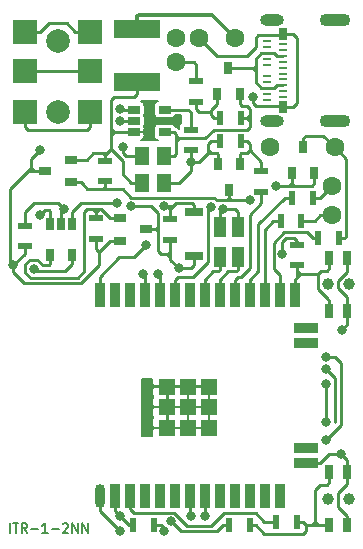
<source format=gbr>
G04 #@! TF.GenerationSoftware,KiCad,Pcbnew,(5.1.12)-1*
G04 #@! TF.CreationDate,2021-11-30T21:54:39+03:00*
G04 #@! TF.ProjectId,ITR-1,4954522d-312e-46b6-9963-61645f706362,rev?*
G04 #@! TF.SameCoordinates,Original*
G04 #@! TF.FileFunction,Copper,L1,Top*
G04 #@! TF.FilePolarity,Positive*
%FSLAX46Y46*%
G04 Gerber Fmt 4.6, Leading zero omitted, Abs format (unit mm)*
G04 Created by KiCad (PCBNEW (5.1.12)-1) date 2021-11-30 21:54:39*
%MOMM*%
%LPD*%
G01*
G04 APERTURE LIST*
G04 #@! TA.AperFunction,NonConductor*
%ADD10C,0.200000*%
G04 #@! TD*
G04 #@! TA.AperFunction,ComponentPad*
%ADD11C,1.600000*%
G04 #@! TD*
G04 #@! TA.AperFunction,SMDPad,CuDef*
%ADD12R,0.500000X1.250000*%
G04 #@! TD*
G04 #@! TA.AperFunction,ComponentPad*
%ADD13O,2.600000X1.100000*%
G04 #@! TD*
G04 #@! TA.AperFunction,ComponentPad*
%ADD14O,2.000000X1.000000*%
G04 #@! TD*
G04 #@! TA.AperFunction,SMDPad,CuDef*
%ADD15R,0.700000X1.000000*%
G04 #@! TD*
G04 #@! TA.AperFunction,SMDPad,CuDef*
%ADD16R,0.700000X0.250000*%
G04 #@! TD*
G04 #@! TA.AperFunction,SMDPad,CuDef*
%ADD17R,1.000000X1.700000*%
G04 #@! TD*
G04 #@! TA.AperFunction,SMDPad,CuDef*
%ADD18R,1.100000X0.800000*%
G04 #@! TD*
G04 #@! TA.AperFunction,SMDPad,CuDef*
%ADD19R,1.250000X0.500000*%
G04 #@! TD*
G04 #@! TA.AperFunction,SMDPad,CuDef*
%ADD20R,0.700000X1.100000*%
G04 #@! TD*
G04 #@! TA.AperFunction,SMDPad,CuDef*
%ADD21R,0.750000X1.250000*%
G04 #@! TD*
G04 #@! TA.AperFunction,ComponentPad*
%ADD22C,1.000000*%
G04 #@! TD*
G04 #@! TA.AperFunction,SMDPad,CuDef*
%ADD23R,4.000000X1.500000*%
G04 #@! TD*
G04 #@! TA.AperFunction,ComponentPad*
%ADD24C,2.000000*%
G04 #@! TD*
G04 #@! TA.AperFunction,ComponentPad*
%ADD25R,2.000000X2.000000*%
G04 #@! TD*
G04 #@! TA.AperFunction,SMDPad,CuDef*
%ADD26R,1.500000X0.800000*%
G04 #@! TD*
G04 #@! TA.AperFunction,SMDPad,CuDef*
%ADD27R,0.800000X1.100000*%
G04 #@! TD*
G04 #@! TA.AperFunction,SMDPad,CuDef*
%ADD28R,1.200000X1.500000*%
G04 #@! TD*
G04 #@! TA.AperFunction,SMDPad,CuDef*
%ADD29R,1.100000X0.700000*%
G04 #@! TD*
G04 #@! TA.AperFunction,SMDPad,CuDef*
%ADD30O,0.900000X2.000000*%
G04 #@! TD*
G04 #@! TA.AperFunction,SMDPad,CuDef*
%ADD31R,0.900000X2.000000*%
G04 #@! TD*
G04 #@! TA.AperFunction,SMDPad,CuDef*
%ADD32R,1.350000X1.350000*%
G04 #@! TD*
G04 #@! TA.AperFunction,SMDPad,CuDef*
%ADD33R,2.000000X0.900000*%
G04 #@! TD*
G04 #@! TA.AperFunction,ViaPad*
%ADD34C,0.800000*%
G04 #@! TD*
G04 #@! TA.AperFunction,Conductor*
%ADD35C,0.250000*%
G04 #@! TD*
G04 #@! TA.AperFunction,Conductor*
%ADD36C,0.350000*%
G04 #@! TD*
G04 #@! TA.AperFunction,Conductor*
%ADD37C,0.200000*%
G04 #@! TD*
G04 #@! TA.AperFunction,Conductor*
%ADD38C,0.100000*%
G04 #@! TD*
G04 APERTURE END LIST*
D10*
X100704761Y-99361904D02*
X100704761Y-98561904D01*
X100971428Y-98561904D02*
X101428571Y-98561904D01*
X101200000Y-99361904D02*
X101200000Y-98561904D01*
X102152380Y-99361904D02*
X101885714Y-98980952D01*
X101695238Y-99361904D02*
X101695238Y-98561904D01*
X102000000Y-98561904D01*
X102076190Y-98600000D01*
X102114285Y-98638095D01*
X102152380Y-98714285D01*
X102152380Y-98828571D01*
X102114285Y-98904761D01*
X102076190Y-98942857D01*
X102000000Y-98980952D01*
X101695238Y-98980952D01*
X102495238Y-99057142D02*
X103104761Y-99057142D01*
X103904761Y-99361904D02*
X103447619Y-99361904D01*
X103676190Y-99361904D02*
X103676190Y-98561904D01*
X103600000Y-98676190D01*
X103523809Y-98752380D01*
X103447619Y-98790476D01*
X104247619Y-99057142D02*
X104857142Y-99057142D01*
X105200000Y-98638095D02*
X105238095Y-98600000D01*
X105314285Y-98561904D01*
X105504761Y-98561904D01*
X105580952Y-98600000D01*
X105619047Y-98638095D01*
X105657142Y-98714285D01*
X105657142Y-98790476D01*
X105619047Y-98904761D01*
X105161904Y-99361904D01*
X105657142Y-99361904D01*
X106000000Y-99361904D02*
X106000000Y-98561904D01*
X106457142Y-99361904D01*
X106457142Y-98561904D01*
X106838095Y-99361904D02*
X106838095Y-98561904D01*
X107295238Y-99361904D01*
X107295238Y-98561904D01*
D11*
X114750000Y-59500000D03*
X114750000Y-57500000D03*
X128000000Y-72500000D03*
X128000000Y-70000000D03*
D12*
X123625000Y-73000000D03*
X125375000Y-73000000D03*
X124625000Y-71000000D03*
X126375000Y-71000000D03*
D13*
X128250000Y-55950000D03*
D14*
X122900000Y-55950000D03*
D13*
X128250000Y-64550000D03*
D14*
X122900000Y-64550000D03*
D15*
X123800000Y-57150000D03*
X123800000Y-63350000D03*
D16*
X123800000Y-58000000D03*
X123800000Y-58500000D03*
X123800000Y-59000000D03*
X123800000Y-59500000D03*
X123800000Y-60000000D03*
X123800000Y-60500000D03*
X123800000Y-61000000D03*
X123800000Y-61500000D03*
X123800000Y-62000000D03*
X123800000Y-62500000D03*
X122500000Y-57250000D03*
X122500000Y-57750000D03*
X122500000Y-58250000D03*
X122500000Y-58750000D03*
X122500000Y-59250000D03*
X122500000Y-59750000D03*
X122500000Y-60750000D03*
X122500000Y-61250000D03*
X122500000Y-61750000D03*
X122500000Y-62250000D03*
X122500000Y-62750000D03*
X122500000Y-63250000D03*
D11*
X128250000Y-66750000D03*
X122750000Y-66750000D03*
D17*
X118500000Y-73500000D03*
X118500000Y-76000000D03*
X120000000Y-76000000D03*
X120000000Y-73500000D03*
D18*
X112200000Y-73700000D03*
X110000000Y-74650000D03*
X110000000Y-72750000D03*
D19*
X108000000Y-72750000D03*
X108000000Y-74500000D03*
D20*
X106000000Y-73250000D03*
X105050000Y-73250000D03*
X104100000Y-73250000D03*
X104100000Y-75850000D03*
X106000000Y-75850000D03*
D19*
X102000000Y-73375000D03*
X102000000Y-75125000D03*
D11*
X119750000Y-57500000D03*
X116750000Y-57500000D03*
D21*
X127750000Y-76100000D03*
X127750000Y-80600000D03*
X129250000Y-76100000D03*
X129250000Y-80600000D03*
D22*
X129400000Y-78350000D03*
X127600000Y-78350000D03*
D21*
X127750000Y-94250000D03*
X127750000Y-98750000D03*
X129250000Y-94250000D03*
X129250000Y-98750000D03*
D22*
X129400000Y-96500000D03*
X127600000Y-96500000D03*
D19*
X114250000Y-72825000D03*
X114250000Y-74575000D03*
D12*
X112875000Y-98750000D03*
X111125000Y-98750000D03*
X128550000Y-74400000D03*
X126800000Y-74400000D03*
D23*
X111500000Y-61250000D03*
X111500000Y-56750000D03*
D24*
X104750000Y-57750000D03*
X104750000Y-63750000D03*
D25*
X107500000Y-57000000D03*
X107500000Y-60250000D03*
X107500000Y-63750000D03*
X102000000Y-57000000D03*
X102000000Y-60250000D03*
X102000000Y-63750000D03*
D26*
X116250000Y-75950000D03*
X116250000Y-72250000D03*
D12*
X119250000Y-98750000D03*
X121000000Y-98750000D03*
X123250000Y-98500000D03*
X125000000Y-98500000D03*
D19*
X125000000Y-75000000D03*
X125000000Y-76750000D03*
D27*
X119200000Y-60050000D03*
X120150000Y-62250000D03*
X118250000Y-62250000D03*
X125500000Y-66749999D03*
X126450000Y-68949999D03*
X124550000Y-68949999D03*
D19*
X116000001Y-67000000D03*
X116000001Y-65250000D03*
D12*
X118500000Y-64250000D03*
X120250000Y-64250000D03*
D19*
X116500000Y-61125000D03*
X116500000Y-62875000D03*
D28*
X111900000Y-69750000D03*
X113750000Y-69750000D03*
X113750000Y-67500000D03*
X111900000Y-67500000D03*
D29*
X111200000Y-63550000D03*
X111200000Y-64500000D03*
X111200000Y-65450000D03*
X113800000Y-65450000D03*
X113800000Y-63550000D03*
D27*
X119250000Y-70350000D03*
X118300000Y-68150000D03*
X120200000Y-68150000D03*
D18*
X103650000Y-68750000D03*
X105850000Y-67800000D03*
X105850000Y-69700000D03*
D19*
X122000000Y-68750000D03*
X122000000Y-70500000D03*
D12*
X118500000Y-66250000D03*
X120250000Y-66250000D03*
D19*
X108750000Y-69625000D03*
X108750000Y-67875000D03*
D30*
X108297127Y-96250000D03*
D31*
X108297127Y-79250000D03*
X109567127Y-96250000D03*
X109567127Y-79250000D03*
X110837127Y-96250000D03*
X110837127Y-79250000D03*
X112107127Y-96250000D03*
X112107127Y-79250000D03*
X113377127Y-96250000D03*
X113377127Y-79250000D03*
X114647127Y-96250000D03*
X114647127Y-79250000D03*
X115917127Y-96250000D03*
X115917127Y-79250000D03*
X117187127Y-96250000D03*
X117187127Y-79250000D03*
X118457127Y-96250000D03*
X118457127Y-79250000D03*
X119727127Y-96250000D03*
X119727127Y-79250000D03*
X120997127Y-96250000D03*
X120997127Y-79250000D03*
X122267127Y-96250000D03*
X122267127Y-79250000D03*
X123537127Y-96250000D03*
X123537127Y-79250000D03*
D32*
X115797127Y-88750000D03*
X114047127Y-88750000D03*
X117547127Y-88750000D03*
X117547127Y-87000000D03*
X114047127Y-87000000D03*
X115797127Y-87000000D03*
X117547127Y-90500000D03*
X114047127Y-90500000D03*
X115797127Y-90500000D03*
D31*
X124807127Y-79250000D03*
D33*
X125797127Y-82070000D03*
X125797127Y-83340000D03*
X125797127Y-93500000D03*
X125797127Y-92230000D03*
D34*
X110000000Y-63500000D03*
X121000000Y-71250000D03*
X123250000Y-70000000D03*
X112250000Y-90500001D03*
X112250000Y-88749999D03*
X112250000Y-87000000D03*
X116000000Y-68000000D03*
X110250000Y-66750000D03*
X110000000Y-64500000D03*
X113750000Y-99250000D03*
X128750000Y-92750000D03*
X112250000Y-75000000D03*
X113750000Y-71750000D03*
X105250000Y-72000000D03*
X127500000Y-85500000D03*
X110000000Y-99250000D03*
X128800000Y-82200000D03*
X121250000Y-62500000D03*
X103250000Y-67000000D03*
X101000000Y-76750000D03*
X102737347Y-77012653D03*
X115000000Y-77000000D03*
X111000000Y-71725000D03*
X114325846Y-98424154D03*
X110000000Y-98000000D03*
X123750000Y-75750000D03*
X112000000Y-77500000D03*
X113250000Y-77500000D03*
X117737347Y-71762653D03*
X103250000Y-72500000D03*
X127500000Y-84500000D03*
X127500000Y-91500000D03*
X117250000Y-98000000D03*
X116000000Y-98000000D03*
X127500000Y-86750000D03*
X127500000Y-90000000D03*
X109750000Y-71500000D03*
X118750000Y-72000000D03*
D35*
X113800000Y-63550000D02*
X115800000Y-63550000D01*
X115800000Y-63550000D02*
X116000000Y-63750000D01*
X116000000Y-63750000D02*
X116000000Y-65250000D01*
X110050000Y-63550000D02*
X110000000Y-63500000D01*
X111200000Y-63550000D02*
X110050000Y-63550000D01*
X118000000Y-71000000D02*
X118250000Y-71250000D01*
X118250000Y-71250000D02*
X119000000Y-71250000D01*
X119000000Y-71250000D02*
X119250000Y-71000000D01*
X119250000Y-71000000D02*
X119250000Y-70250000D01*
X119250000Y-71000000D02*
X119500000Y-71250000D01*
X119000000Y-71250000D02*
X119500000Y-71250000D01*
X126450000Y-69000000D02*
X126450000Y-69800000D01*
X126450000Y-69800000D02*
X126250000Y-70000000D01*
X126250000Y-70000000D02*
X125500000Y-70000000D01*
X125500000Y-70000000D02*
X125000001Y-70000000D01*
X125000001Y-70000000D02*
X124750000Y-70000000D01*
X124550000Y-69800000D02*
X124750000Y-70000000D01*
X124550000Y-69000000D02*
X124550000Y-69800000D01*
X108750000Y-70125000D02*
X108625000Y-70250000D01*
X108750000Y-69625000D02*
X108750000Y-70125000D01*
X108625000Y-70250000D02*
X108000000Y-70250000D01*
X108000000Y-70250000D02*
X107250000Y-70250000D01*
X106700000Y-69700000D02*
X106875000Y-69875000D01*
X105850000Y-69700000D02*
X106700000Y-69700000D01*
X106875000Y-69875000D02*
X106750000Y-69750000D01*
X107250000Y-70250000D02*
X106875000Y-69875000D01*
X110250000Y-70250000D02*
X111000000Y-71000000D01*
X111000000Y-71000000D02*
X118000000Y-71000000D01*
X108625000Y-70250000D02*
X109000000Y-70250000D01*
X108875000Y-70250000D02*
X108750000Y-70125000D01*
X109250000Y-70250000D02*
X108875000Y-70250000D01*
X109000000Y-70250000D02*
X109250000Y-70250000D01*
X109250000Y-70250000D02*
X110250000Y-70250000D01*
X119500000Y-71250000D02*
X121000000Y-71250000D01*
X124350000Y-70000000D02*
X124550000Y-69800000D01*
X123250000Y-70000000D02*
X124350000Y-70000000D01*
X124750000Y-70000000D02*
X124350000Y-70000000D01*
X120750000Y-66250000D02*
X120250000Y-66250000D01*
X121000000Y-66500000D02*
X120750000Y-66250000D01*
X120750000Y-67250000D02*
X121000000Y-67000000D01*
X120200000Y-68150000D02*
X120200000Y-67350000D01*
X120300000Y-67250000D02*
X120750000Y-67250000D01*
X120200000Y-67350000D02*
X120300000Y-67250000D01*
X121000000Y-67000000D02*
X121000000Y-66500000D01*
X122000000Y-68000000D02*
X121000000Y-67000000D01*
X122000000Y-68750000D02*
X122000000Y-68000000D01*
X119625000Y-57500000D02*
X119750000Y-57500000D01*
X116000001Y-68249999D02*
X116000000Y-68250000D01*
X116000001Y-67250000D02*
X116000001Y-68249999D01*
X111900000Y-67500000D02*
X110500000Y-67500000D01*
X110500000Y-67500000D02*
X110250000Y-67250000D01*
X110250000Y-67250000D02*
X110250000Y-66750000D01*
X111200000Y-64500000D02*
X110000000Y-64500000D01*
X115000000Y-69750000D02*
X116000000Y-68750000D01*
X116000000Y-68750000D02*
X116000000Y-68000000D01*
X113750000Y-69750000D02*
X115000000Y-69750000D01*
X118300000Y-68150000D02*
X118300000Y-67300000D01*
X118300000Y-67300000D02*
X118250000Y-67250000D01*
X117500000Y-66500000D02*
X117750000Y-66250000D01*
X117750000Y-66250000D02*
X118500000Y-66250000D01*
X116000000Y-68000000D02*
X116750000Y-68000000D01*
X117625000Y-67125000D02*
X117500000Y-67000000D01*
X117750000Y-67250000D02*
X117625000Y-67125000D01*
X118000000Y-67250000D02*
X117500000Y-67250000D01*
X117500000Y-67250000D02*
X117625000Y-67125000D01*
X116750000Y-68000000D02*
X117500000Y-67250000D01*
X118250000Y-67250000D02*
X118000000Y-67250000D01*
X118000000Y-67250000D02*
X117750000Y-67250000D01*
X117500000Y-66750000D02*
X117500000Y-67250000D01*
X117500000Y-67000000D02*
X117500000Y-66750000D01*
X117500000Y-66750000D02*
X117500000Y-66500000D01*
X114250000Y-72900000D02*
X114250000Y-72000000D01*
X114250000Y-72000000D02*
X114000000Y-71750000D01*
X116150000Y-71500000D02*
X114750000Y-71500000D01*
X116250000Y-71600000D02*
X116150000Y-71500000D01*
X116250000Y-72250000D02*
X116250000Y-71600000D01*
X114000000Y-71750000D02*
X114500000Y-71750000D01*
X114500000Y-71750000D02*
X114250000Y-72000000D01*
X114750000Y-71500000D02*
X114500000Y-71750000D01*
X125797127Y-93500000D02*
X127000000Y-93500000D01*
X127000000Y-93500000D02*
X127750000Y-92750000D01*
X128000000Y-92750000D02*
X128750000Y-92750000D01*
X127750000Y-92750000D02*
X128000000Y-92750000D01*
X114000000Y-71750000D02*
X113750000Y-71750000D01*
X105250000Y-72000000D02*
X105250000Y-72000000D01*
X105250000Y-72000000D02*
X105250000Y-72000000D01*
X105050000Y-72200000D02*
X105250000Y-72000000D01*
X105050000Y-73250000D02*
X105050000Y-72200000D01*
X108297127Y-77702873D02*
X108297127Y-79250000D01*
X109976437Y-76023563D02*
X108297127Y-77702873D01*
X111226437Y-76023563D02*
X109976437Y-76023563D01*
X112250000Y-75000000D02*
X111226437Y-76023563D01*
X127500000Y-85500000D02*
X127899999Y-85899999D01*
X127899999Y-85899999D02*
X128250000Y-86250000D01*
X128250000Y-86250000D02*
X128250000Y-90000000D01*
X112875000Y-98750000D02*
X113500000Y-98750000D01*
X113750000Y-99000000D02*
X113500000Y-98750000D01*
X113750000Y-99250000D02*
X113750000Y-99000000D01*
X108297127Y-97547127D02*
X110000000Y-99250000D01*
X108297127Y-96250000D02*
X108297127Y-97547127D01*
X123700000Y-57250000D02*
X123800000Y-57150000D01*
X122500000Y-57250000D02*
X123700000Y-57250000D01*
X120000000Y-57250000D02*
X119750000Y-57500000D01*
X123700000Y-63250000D02*
X123800000Y-63350000D01*
X122500000Y-63250000D02*
X123700000Y-63250000D01*
X123800000Y-63350000D02*
X124650000Y-63350000D01*
X124650000Y-63350000D02*
X125000000Y-63000000D01*
X125000000Y-63000000D02*
X125000000Y-57500000D01*
X124650000Y-57150000D02*
X123800000Y-57150000D01*
X125000000Y-57500000D02*
X124650000Y-57150000D01*
X103250000Y-57000000D02*
X102000000Y-57000000D01*
X104000000Y-56250000D02*
X103250000Y-57000000D01*
X105500000Y-56250000D02*
X104000000Y-56250000D01*
X106250000Y-57000000D02*
X105500000Y-56250000D01*
X107500000Y-57000000D02*
X106250000Y-57000000D01*
X129250000Y-93250000D02*
X128750000Y-92750000D01*
X129250000Y-97935660D02*
X128500000Y-97185660D01*
X129250000Y-95250000D02*
X129250000Y-94250000D01*
X129250000Y-98810660D02*
X129250000Y-97935660D01*
X129250000Y-94250000D02*
X129250000Y-93250000D01*
X128500000Y-96000000D02*
X129250000Y-95250000D01*
X128500000Y-97185660D02*
X128500000Y-96000000D01*
X129250000Y-79421002D02*
X128500000Y-78671002D01*
X129250000Y-80600000D02*
X129250000Y-81750000D01*
X129250000Y-77278998D02*
X129250000Y-76100000D01*
X128500000Y-78671002D02*
X128500000Y-78028998D01*
X129250000Y-80600000D02*
X129250000Y-79421002D01*
X128500000Y-78028998D02*
X129250000Y-77278998D01*
X129250000Y-81750000D02*
X128800000Y-82200000D01*
X114750000Y-59500000D02*
X116250000Y-59500000D01*
X116250000Y-59500000D02*
X116500000Y-59750000D01*
X116500000Y-60750000D02*
X116500000Y-60625000D01*
X116500000Y-59750000D02*
X116500000Y-60750000D01*
X116500000Y-61125000D02*
X116500000Y-60750000D01*
X117750000Y-58500000D02*
X116750000Y-57500000D01*
X118250000Y-59000000D02*
X117750000Y-58500000D01*
X120750000Y-59000000D02*
X118250000Y-59000000D01*
X121500000Y-58250000D02*
X120750000Y-59000000D01*
X121750000Y-57250000D02*
X121500000Y-57500000D01*
X121500000Y-57500000D02*
X121500000Y-58250000D01*
X122500000Y-57250000D02*
X121750000Y-57250000D01*
X121250000Y-62500000D02*
X121250000Y-63000000D01*
X121500000Y-63250000D02*
X122250000Y-63250000D01*
X121250000Y-63000000D02*
X121500000Y-63250000D01*
X122500000Y-63250000D02*
X122250000Y-63250000D01*
X102000000Y-73000000D02*
X102000000Y-73375000D01*
X102000000Y-72250000D02*
X102000000Y-73000000D01*
X102750000Y-71500000D02*
X102000000Y-72250000D01*
X104750000Y-71500000D02*
X102750000Y-71500000D01*
X105250000Y-72000000D02*
X104750000Y-71500000D01*
X114750000Y-67350000D02*
X114600000Y-67500000D01*
X114600000Y-65450000D02*
X114750000Y-65600000D01*
X114600000Y-67500000D02*
X113750000Y-67500000D01*
X113800000Y-65450000D02*
X114600000Y-65450000D01*
X121000000Y-63500000D02*
X121000000Y-64000000D01*
X121000000Y-64000000D02*
X120750000Y-64250000D01*
X120350000Y-63250000D02*
X120750000Y-63250000D01*
X120750000Y-64250000D02*
X120250000Y-64250000D01*
X120150000Y-63050000D02*
X120350000Y-63250000D01*
X120750000Y-63250000D02*
X121000000Y-63500000D01*
X120150000Y-62250000D02*
X120150000Y-63050000D01*
X120750000Y-64250000D02*
X121000000Y-64500000D01*
X121000000Y-64500000D02*
X121000000Y-64750000D01*
X121000000Y-64750000D02*
X121000000Y-65000000D01*
X121000000Y-65000000D02*
X120750000Y-65250000D01*
X121000000Y-64000000D02*
X121000000Y-64500000D01*
X117250000Y-66000000D02*
X118000000Y-65250000D01*
X120750000Y-65250000D02*
X118000000Y-65250000D01*
X114750000Y-66250000D02*
X115000000Y-66000000D01*
X115000000Y-66000000D02*
X117250000Y-66000000D01*
X114750000Y-66000000D02*
X115000000Y-66000000D01*
X114750000Y-66000000D02*
X114750000Y-66250000D01*
X114750000Y-66250000D02*
X114750000Y-67350000D01*
X114750000Y-65750000D02*
X115000000Y-66000000D01*
X114750000Y-65600000D02*
X114750000Y-65750000D01*
X114750000Y-65750000D02*
X114750000Y-66000000D01*
D36*
X117775010Y-55525010D02*
X119750000Y-57500000D01*
X111624990Y-55525010D02*
X117775010Y-55525010D01*
X111500000Y-55650000D02*
X111624990Y-55525010D01*
X111500000Y-56750000D02*
X111500000Y-55650000D01*
D35*
X118250000Y-63050000D02*
X117750000Y-63550000D01*
X118250000Y-62250000D02*
X118250000Y-63050000D01*
X118000000Y-64250000D02*
X118250000Y-64250000D01*
X116500000Y-62875000D02*
X116500000Y-63500000D01*
X116500000Y-63500000D02*
X116750000Y-63750000D01*
X116750000Y-63750000D02*
X117750000Y-63750000D01*
X117750000Y-63550000D02*
X117750000Y-63750000D01*
X117750000Y-64000000D02*
X117750000Y-63750000D01*
X118000000Y-64250000D02*
X117750000Y-64000000D01*
X118500000Y-64250000D02*
X118000000Y-64250000D01*
X102750000Y-68750000D02*
X102500000Y-68500000D01*
X103650000Y-68750000D02*
X102750000Y-68750000D01*
X108000000Y-75000000D02*
X108000000Y-74625000D01*
X108000000Y-74499999D02*
X108000000Y-75000000D01*
X109200000Y-74649999D02*
X110000000Y-74650000D01*
X108799999Y-75050000D02*
X109200000Y-74649999D01*
X108600000Y-75249999D02*
X108799999Y-75050000D01*
X108000000Y-74500000D02*
X108000000Y-75000000D01*
X108250000Y-75599999D02*
X108600000Y-75249999D01*
X108000000Y-75349999D02*
X108250000Y-75599999D01*
X108000000Y-74500000D02*
X108000000Y-75349999D01*
X108250000Y-76000000D02*
X108250000Y-75599999D01*
X107750000Y-77250000D02*
X108250000Y-76750000D01*
X102500000Y-67750000D02*
X103250000Y-67000000D01*
X102500000Y-68500000D02*
X102500000Y-67750000D01*
X108250000Y-76750000D02*
X108250000Y-76500000D01*
X108250000Y-76500000D02*
X108250000Y-76000000D01*
X102000000Y-75750000D02*
X101000000Y-76750000D01*
X102000000Y-75750000D02*
X102000000Y-75500000D01*
X102000000Y-75125000D02*
X102000000Y-75750000D01*
X106000000Y-76650000D02*
X105400000Y-77250000D01*
X106000000Y-75850000D02*
X106000000Y-76650000D01*
X105400000Y-77250000D02*
X102974694Y-77250000D01*
X102974694Y-77250000D02*
X102737347Y-77012653D01*
X101000000Y-77315685D02*
X101000000Y-76750000D01*
X101934315Y-78250000D02*
X101000000Y-77315685D01*
X106750000Y-78250000D02*
X101934315Y-78250000D01*
X108250000Y-76750000D02*
X106750000Y-78250000D01*
X100750000Y-76500000D02*
X100750000Y-70250000D01*
X101000000Y-76750000D02*
X100750000Y-76500000D01*
X102750000Y-68750000D02*
X102250000Y-68750000D01*
X100750000Y-70250000D02*
X102250000Y-68750000D01*
X102250000Y-68750000D02*
X102500000Y-68500000D01*
X114050000Y-75750000D02*
X114250000Y-75550000D01*
X114000000Y-75750000D02*
X114050000Y-75750000D01*
X114000000Y-75750000D02*
X113500000Y-75750000D01*
X111000000Y-71750000D02*
X111000000Y-71750000D01*
X112676998Y-71750000D02*
X113250000Y-72323002D01*
X112500000Y-71750000D02*
X112676998Y-71750000D01*
X112500000Y-71750000D02*
X111000000Y-71750000D01*
X113500000Y-75750000D02*
X113250000Y-75500000D01*
X113050000Y-73700000D02*
X113250000Y-73500000D01*
X112200000Y-73700000D02*
X113050000Y-73700000D01*
X113250000Y-72323002D02*
X113250000Y-73500000D01*
X113250000Y-73900000D02*
X113050000Y-73700000D01*
X113250000Y-74250000D02*
X113250000Y-73900000D01*
X113250000Y-74250000D02*
X113250000Y-75250000D01*
X113250000Y-73500000D02*
X113250000Y-74250000D01*
X118250000Y-99250000D02*
X118750000Y-98750000D01*
X119250000Y-98750000D02*
X118750000Y-98750000D01*
X113250000Y-75500000D02*
X113250000Y-75250000D01*
X115151692Y-99250000D02*
X114325846Y-98424154D01*
X116250000Y-99250000D02*
X115151692Y-99250000D01*
X116250000Y-99250000D02*
X118250000Y-99250000D01*
X109750000Y-98000000D02*
X110250000Y-98000000D01*
X110750000Y-98750000D02*
X110000000Y-98000000D01*
X111125000Y-98750000D02*
X110750000Y-98750000D01*
X109567127Y-97567127D02*
X110000000Y-98000000D01*
X109567127Y-96250000D02*
X109567127Y-97567127D01*
X116000000Y-77000000D02*
X116250000Y-76750000D01*
X115000000Y-77000000D02*
X116000000Y-77000000D01*
X116250000Y-75950000D02*
X116250000Y-76750000D01*
X114250000Y-75750000D02*
X114125000Y-75875000D01*
X114250000Y-74575000D02*
X114250000Y-75750000D01*
X114250000Y-76000000D02*
X114125000Y-75875000D01*
X114125000Y-75875000D02*
X114000000Y-75750000D01*
X114250000Y-76250000D02*
X115000000Y-77000000D01*
X114250000Y-75750000D02*
X114250000Y-76250000D01*
X123750000Y-74750000D02*
X124049990Y-74450010D01*
X123750000Y-75750000D02*
X123750000Y-74750000D01*
X125000000Y-74650020D02*
X124799990Y-74450010D01*
X125000000Y-75000000D02*
X125000000Y-74650020D01*
X124049990Y-74450010D02*
X124799990Y-74450010D01*
X121500000Y-97750000D02*
X122250000Y-98500000D01*
X117740008Y-98799990D02*
X118789998Y-97750000D01*
X115726988Y-98799990D02*
X117740008Y-98799990D01*
X110837127Y-96250000D02*
X110837127Y-97412873D01*
X110837127Y-97412873D02*
X111174254Y-97750000D01*
X118789998Y-97750000D02*
X121500000Y-97750000D01*
X111174254Y-97750000D02*
X113926998Y-97750000D01*
X113926998Y-97750000D02*
X113977845Y-97699153D01*
X113977845Y-97699153D02*
X114626151Y-97699153D01*
X122250000Y-98500000D02*
X123250000Y-98500000D01*
X114626151Y-97699153D02*
X115726988Y-98799990D01*
X112107127Y-77607127D02*
X112000000Y-77500000D01*
X112107127Y-79250000D02*
X112107127Y-77607127D01*
X113377127Y-77627127D02*
X113250000Y-77500000D01*
X113377127Y-79250000D02*
X113377127Y-77627127D01*
X119727127Y-78000000D02*
X119727127Y-79250000D01*
X119977127Y-77750000D02*
X119727127Y-78000000D01*
X120250000Y-77750000D02*
X119977127Y-77750000D01*
X121053922Y-76946078D02*
X120250000Y-77750000D01*
X121053922Y-72446078D02*
X121053922Y-76946078D01*
X122000000Y-71500000D02*
X121053922Y-72446078D01*
X122000000Y-70500000D02*
X122000000Y-71500000D01*
X126350000Y-74400000D02*
X126800000Y-74400000D01*
X123913580Y-73950010D02*
X125900010Y-73950010D01*
X123024999Y-74838591D02*
X123913580Y-73950010D01*
X123024999Y-77024999D02*
X123024999Y-74838591D01*
X125900010Y-73950010D02*
X126350000Y-74400000D01*
X123537127Y-77537127D02*
X123024999Y-77024999D01*
X123537127Y-79250000D02*
X123537127Y-77537127D01*
X117500000Y-72000000D02*
X117737347Y-71762653D01*
X117500000Y-76435002D02*
X117500000Y-72000000D01*
X116185002Y-77750000D02*
X117500000Y-76435002D01*
X114897127Y-77750000D02*
X116185002Y-77750000D01*
X114647127Y-79250000D02*
X114647127Y-78000000D01*
X114647127Y-78000000D02*
X114897127Y-77750000D01*
X127750000Y-76975000D02*
X127525000Y-77200000D01*
X127750000Y-76100000D02*
X127750000Y-76975000D01*
X127750000Y-79725000D02*
X127525000Y-79500000D01*
X127750000Y-80600000D02*
X127750000Y-79725000D01*
X127525000Y-79496002D02*
X126750000Y-78721002D01*
X127525000Y-79500000D02*
X127525000Y-79496002D01*
X126750000Y-78721002D02*
X126750000Y-77500000D01*
X127050000Y-77200000D02*
X126750000Y-77500000D01*
X127200000Y-77200000D02*
X127050000Y-77200000D01*
X127525000Y-77200000D02*
X127200000Y-77200000D01*
X125000000Y-77250000D02*
X125000000Y-76750000D01*
X125250000Y-77500000D02*
X125000000Y-77250000D01*
X126750000Y-77500000D02*
X125250000Y-77500000D01*
X124807127Y-79250000D02*
X124807127Y-77942873D01*
X125000000Y-77250000D02*
X125000000Y-77750000D01*
X125000000Y-77750000D02*
X125250000Y-77500000D01*
X124807127Y-77942873D02*
X125000000Y-77750000D01*
X121500000Y-98750000D02*
X122250000Y-99500000D01*
X121000000Y-98750000D02*
X121500000Y-98750000D01*
X122250000Y-99500000D02*
X125500000Y-99500000D01*
X125500000Y-99500000D02*
X125750000Y-99250000D01*
X125750000Y-99250000D02*
X125750000Y-98750000D01*
X125750000Y-98750000D02*
X125500000Y-98500000D01*
X125500000Y-98500000D02*
X125000000Y-98500000D01*
X126500000Y-98250000D02*
X126500000Y-98500000D01*
X126937500Y-95312500D02*
X126500000Y-95750000D01*
X127750000Y-95125000D02*
X127562500Y-95312500D01*
X127750000Y-94250000D02*
X127750000Y-95125000D01*
X126500000Y-95750000D02*
X126500000Y-98250000D01*
X126500000Y-98500000D02*
X126750000Y-98750000D01*
X126750000Y-98750000D02*
X127750000Y-98750000D01*
X127562500Y-95312500D02*
X126937500Y-95312500D01*
X126250000Y-98750000D02*
X126750000Y-98750000D01*
X126500000Y-98500000D02*
X126250000Y-98750000D01*
X126250000Y-98750000D02*
X125750000Y-98750000D01*
X123350000Y-59000000D02*
X123800000Y-59000000D01*
X123100000Y-58750000D02*
X123350000Y-59000000D01*
X122500000Y-58750000D02*
X123100000Y-58750000D01*
X123350000Y-61500000D02*
X123800000Y-61500000D01*
X123100000Y-61750000D02*
X123350000Y-61500000D01*
X122500000Y-61750000D02*
X123100000Y-61750000D01*
X119200000Y-60050000D02*
X121300000Y-60050000D01*
X121300000Y-60050000D02*
X121500000Y-60250000D01*
X121500000Y-59850000D02*
X121300000Y-60050000D01*
X121500000Y-60250000D02*
X121500000Y-59750000D01*
X121500000Y-59750000D02*
X121500000Y-59850000D01*
X121500000Y-59250000D02*
X122000000Y-58750000D01*
X122000000Y-58750000D02*
X122500000Y-58750000D01*
X121500000Y-59750000D02*
X121500000Y-59250000D01*
X122000000Y-61750000D02*
X122500000Y-61750000D01*
X121500000Y-61250000D02*
X122000000Y-61750000D01*
X121500000Y-60250000D02*
X121500000Y-61250000D01*
X125500000Y-66749999D02*
X125500000Y-66000000D01*
X125500000Y-66000000D02*
X125750000Y-65750000D01*
X127250000Y-65750000D02*
X128250000Y-66750000D01*
X125750000Y-65750000D02*
X127250000Y-65750000D01*
X129200000Y-67700000D02*
X128250000Y-66750000D01*
X129200000Y-74250000D02*
X129200000Y-67700000D01*
X129050000Y-74400000D02*
X129200000Y-74250000D01*
X128550000Y-74400000D02*
X129050000Y-74400000D01*
X102000000Y-60250000D02*
X107500000Y-60250000D01*
X102000000Y-63750000D02*
X102000000Y-65000000D01*
X102000000Y-65000000D02*
X102250000Y-65250000D01*
X102250000Y-65250000D02*
X107250000Y-65250000D01*
X107250000Y-65250000D02*
X107500000Y-65000000D01*
X107500000Y-65000000D02*
X107500000Y-63750000D01*
X109250000Y-62750000D02*
X109500000Y-62500000D01*
X109450000Y-65450000D02*
X109250000Y-65250000D01*
X109450000Y-65450000D02*
X109450000Y-65550000D01*
X109450000Y-65550000D02*
X109250000Y-65750000D01*
X109250000Y-65750000D02*
X109550000Y-65450000D01*
X109550000Y-65450000D02*
X109450000Y-65450000D01*
X111200000Y-65450000D02*
X109550000Y-65450000D01*
X109250000Y-64750000D02*
X109250000Y-65150000D01*
X109250000Y-65150000D02*
X109550000Y-65450000D01*
X109250000Y-65250000D02*
X109250000Y-64750000D01*
X109250000Y-64750000D02*
X109250000Y-62750000D01*
X109250000Y-65750000D02*
X109250000Y-65250000D01*
X105850000Y-67800000D02*
X106650000Y-67800000D01*
X110250000Y-69000000D02*
X111000000Y-69750000D01*
X110250000Y-67886410D02*
X110250000Y-69000000D01*
X109250000Y-66886410D02*
X110250000Y-67886410D01*
X111000000Y-69750000D02*
X111750000Y-69750000D01*
X109250000Y-65750000D02*
X109250000Y-66886410D01*
X106650000Y-67800000D02*
X107200000Y-67800000D01*
X107200000Y-67800000D02*
X107750000Y-67250000D01*
X108750000Y-67500000D02*
X108750000Y-67750000D01*
X108886410Y-67250000D02*
X109250000Y-66886410D01*
X108500000Y-67250000D02*
X108886410Y-67250000D01*
X108750000Y-67386410D02*
X108886410Y-67250000D01*
X108750000Y-67500000D02*
X108750000Y-67386410D01*
X108613590Y-67250000D02*
X108750000Y-67386410D01*
X108250000Y-67250000D02*
X108613590Y-67250000D01*
X107750000Y-67250000D02*
X108250000Y-67250000D01*
X108250000Y-67250000D02*
X108500000Y-67250000D01*
X111500000Y-62250000D02*
X111250000Y-62500000D01*
X111500000Y-61250000D02*
X111500000Y-62250000D01*
X109500000Y-62500000D02*
X111250000Y-62500000D01*
X103250000Y-72500000D02*
X103699989Y-72050011D01*
X104100000Y-73250000D02*
X104100000Y-72150011D01*
X104000000Y-72050011D02*
X103699989Y-72050011D01*
X104100000Y-72150011D02*
X104000000Y-72050011D01*
X117187127Y-96250000D02*
X117187127Y-97937127D01*
X117187127Y-97937127D02*
X117250000Y-98000000D01*
X128250000Y-84500000D02*
X127500000Y-84500000D01*
X128750000Y-85000000D02*
X128250000Y-84500000D01*
X128750000Y-90250000D02*
X128750000Y-85000000D01*
X127500000Y-91500000D02*
X128750000Y-90250000D01*
X115917127Y-96250000D02*
X115917127Y-97917127D01*
X115917127Y-97917127D02*
X116000000Y-98000000D01*
X127500000Y-86750000D02*
X127500000Y-90000000D01*
X107999999Y-72750000D02*
X108000000Y-72250000D01*
X110000000Y-72750000D02*
X109200001Y-72750000D01*
X108000000Y-72250000D02*
X107750000Y-72000000D01*
X108450002Y-72000000D02*
X108725001Y-72274999D01*
X109200001Y-72750000D02*
X108725001Y-72274999D01*
X108000000Y-72250000D02*
X108250000Y-72000000D01*
X107750000Y-72000000D02*
X108250000Y-72000000D01*
X108250000Y-72000000D02*
X108450002Y-72000000D01*
X107500000Y-72000000D02*
X107750000Y-72000000D01*
X107250000Y-72000000D02*
X107500000Y-72000000D01*
X107000000Y-72250000D02*
X107250000Y-72000000D01*
X106450010Y-77799990D02*
X107000000Y-77250000D01*
X102451682Y-77799990D02*
X106450010Y-77799990D01*
X102012346Y-77360654D02*
X102451682Y-77799990D01*
X107000000Y-77250000D02*
X107000000Y-72250000D01*
X104100000Y-76100000D02*
X104100000Y-76650000D01*
X104000000Y-76750000D02*
X103500000Y-76750000D01*
X103500000Y-76750000D02*
X103024999Y-76274999D01*
X103024999Y-76274999D02*
X102401999Y-76274999D01*
X102012346Y-76664652D02*
X102012346Y-77360654D01*
X104100000Y-76650000D02*
X104000000Y-76750000D01*
X102401999Y-76274999D02*
X102012346Y-76664652D01*
X109750000Y-71500000D02*
X107200000Y-71500000D01*
X106000000Y-73500000D02*
X106000000Y-72250000D01*
X106750000Y-71500000D02*
X107200000Y-71500000D01*
X106000000Y-72250000D02*
X106750000Y-71500000D01*
X118500000Y-72250000D02*
X118500000Y-73500000D01*
X118750000Y-72000000D02*
X118500000Y-72250000D01*
X119750000Y-72000000D02*
X118750000Y-72000000D01*
X120000000Y-73500000D02*
X120000000Y-72250000D01*
X120000000Y-72250000D02*
X119750000Y-72000000D01*
X118500000Y-77100000D02*
X118500000Y-76000000D01*
X118350000Y-77250000D02*
X118500000Y-77100000D01*
X117937127Y-77250000D02*
X118350000Y-77250000D01*
X117187127Y-78000000D02*
X117937127Y-77250000D01*
X117187127Y-79250000D02*
X117187127Y-78000000D01*
X120000000Y-77100000D02*
X120000000Y-76000000D01*
X119850000Y-77250000D02*
X120000000Y-77100000D01*
X119207127Y-77250000D02*
X119850000Y-77250000D01*
X118457127Y-78000000D02*
X119207127Y-77250000D01*
X118457127Y-79250000D02*
X118457127Y-78000000D01*
X124000000Y-71000000D02*
X124625000Y-71000000D01*
X121750000Y-73250000D02*
X124000000Y-71000000D01*
X121750000Y-77250000D02*
X121750000Y-73250000D01*
X120997127Y-78002873D02*
X121750000Y-77250000D01*
X120997127Y-79250000D02*
X120997127Y-78002873D01*
X127000000Y-71000000D02*
X128000000Y-70000000D01*
X126375000Y-71000000D02*
X127000000Y-71000000D01*
X125375000Y-73000000D02*
X126500000Y-73000000D01*
X127000000Y-72500000D02*
X128000000Y-72500000D01*
X126500000Y-73000000D02*
X127000000Y-72500000D01*
X122267127Y-79250000D02*
X122267127Y-73732873D01*
X123000000Y-73000000D02*
X123625000Y-73000000D01*
X122267127Y-73732873D02*
X123000000Y-73000000D01*
D37*
X112772127Y-86825000D02*
X112922127Y-86975000D01*
X114022127Y-86975000D01*
X114022127Y-86955000D01*
X114072127Y-86955000D01*
X114072127Y-86975000D01*
X115772127Y-86975000D01*
X115772127Y-86955000D01*
X115822127Y-86955000D01*
X115822127Y-86975000D01*
X117522127Y-86975000D01*
X117522127Y-86955000D01*
X117572127Y-86955000D01*
X117572127Y-86975000D01*
X117592127Y-86975000D01*
X117592127Y-87025000D01*
X117572127Y-87025000D01*
X117572127Y-88725000D01*
X117592127Y-88725000D01*
X117592127Y-88775000D01*
X117572127Y-88775000D01*
X117572127Y-90475000D01*
X117592127Y-90475000D01*
X117592127Y-90525000D01*
X117572127Y-90525000D01*
X117572127Y-90545000D01*
X117522127Y-90545000D01*
X117522127Y-90525000D01*
X115822127Y-90525000D01*
X115822127Y-90545000D01*
X115772127Y-90545000D01*
X115772127Y-90525000D01*
X114072127Y-90525000D01*
X114072127Y-90545000D01*
X114022127Y-90545000D01*
X114022127Y-90525000D01*
X112922127Y-90525000D01*
X112772127Y-90675000D01*
X112769369Y-91150000D01*
X111850000Y-91150000D01*
X111850000Y-89425000D01*
X112769224Y-89425000D01*
X112780809Y-89542621D01*
X112805798Y-89625000D01*
X112780809Y-89707379D01*
X112769224Y-89825000D01*
X112772127Y-90325000D01*
X112922127Y-90475000D01*
X114022127Y-90475000D01*
X114022127Y-88775000D01*
X114072127Y-88775000D01*
X114072127Y-90475000D01*
X115772127Y-90475000D01*
X115772127Y-88775000D01*
X115822127Y-88775000D01*
X115822127Y-90475000D01*
X117522127Y-90475000D01*
X117522127Y-88775000D01*
X115822127Y-88775000D01*
X115772127Y-88775000D01*
X114072127Y-88775000D01*
X114022127Y-88775000D01*
X112922127Y-88775000D01*
X112772127Y-88925000D01*
X112769224Y-89425000D01*
X111850000Y-89425000D01*
X111850000Y-87675000D01*
X112769224Y-87675000D01*
X112780809Y-87792621D01*
X112805798Y-87875000D01*
X112780809Y-87957379D01*
X112769224Y-88075000D01*
X112772127Y-88575000D01*
X112922127Y-88725000D01*
X114022127Y-88725000D01*
X114022127Y-87025000D01*
X114072127Y-87025000D01*
X114072127Y-88725000D01*
X115772127Y-88725000D01*
X115772127Y-87025000D01*
X115822127Y-87025000D01*
X115822127Y-88725000D01*
X117522127Y-88725000D01*
X117522127Y-87025000D01*
X115822127Y-87025000D01*
X115772127Y-87025000D01*
X114072127Y-87025000D01*
X114022127Y-87025000D01*
X112922127Y-87025000D01*
X112772127Y-87175000D01*
X112769224Y-87675000D01*
X111850000Y-87675000D01*
X111850000Y-86350000D01*
X112769369Y-86350000D01*
X112772127Y-86825000D01*
G04 #@! TA.AperFunction,Conductor*
D38*
G36*
X112772127Y-86825000D02*
G01*
X112922127Y-86975000D01*
X114022127Y-86975000D01*
X114022127Y-86955000D01*
X114072127Y-86955000D01*
X114072127Y-86975000D01*
X115772127Y-86975000D01*
X115772127Y-86955000D01*
X115822127Y-86955000D01*
X115822127Y-86975000D01*
X117522127Y-86975000D01*
X117522127Y-86955000D01*
X117572127Y-86955000D01*
X117572127Y-86975000D01*
X117592127Y-86975000D01*
X117592127Y-87025000D01*
X117572127Y-87025000D01*
X117572127Y-88725000D01*
X117592127Y-88725000D01*
X117592127Y-88775000D01*
X117572127Y-88775000D01*
X117572127Y-90475000D01*
X117592127Y-90475000D01*
X117592127Y-90525000D01*
X117572127Y-90525000D01*
X117572127Y-90545000D01*
X117522127Y-90545000D01*
X117522127Y-90525000D01*
X115822127Y-90525000D01*
X115822127Y-90545000D01*
X115772127Y-90545000D01*
X115772127Y-90525000D01*
X114072127Y-90525000D01*
X114072127Y-90545000D01*
X114022127Y-90545000D01*
X114022127Y-90525000D01*
X112922127Y-90525000D01*
X112772127Y-90675000D01*
X112769369Y-91150000D01*
X111850000Y-91150000D01*
X111850000Y-89425000D01*
X112769224Y-89425000D01*
X112780809Y-89542621D01*
X112805798Y-89625000D01*
X112780809Y-89707379D01*
X112769224Y-89825000D01*
X112772127Y-90325000D01*
X112922127Y-90475000D01*
X114022127Y-90475000D01*
X114022127Y-88775000D01*
X114072127Y-88775000D01*
X114072127Y-90475000D01*
X115772127Y-90475000D01*
X115772127Y-88775000D01*
X115822127Y-88775000D01*
X115822127Y-90475000D01*
X117522127Y-90475000D01*
X117522127Y-88775000D01*
X115822127Y-88775000D01*
X115772127Y-88775000D01*
X114072127Y-88775000D01*
X114022127Y-88775000D01*
X112922127Y-88775000D01*
X112772127Y-88925000D01*
X112769224Y-89425000D01*
X111850000Y-89425000D01*
X111850000Y-87675000D01*
X112769224Y-87675000D01*
X112780809Y-87792621D01*
X112805798Y-87875000D01*
X112780809Y-87957379D01*
X112769224Y-88075000D01*
X112772127Y-88575000D01*
X112922127Y-88725000D01*
X114022127Y-88725000D01*
X114022127Y-87025000D01*
X114072127Y-87025000D01*
X114072127Y-88725000D01*
X115772127Y-88725000D01*
X115772127Y-87025000D01*
X115822127Y-87025000D01*
X115822127Y-88725000D01*
X117522127Y-88725000D01*
X117522127Y-87025000D01*
X115822127Y-87025000D01*
X115772127Y-87025000D01*
X114072127Y-87025000D01*
X114022127Y-87025000D01*
X112922127Y-87025000D01*
X112772127Y-87175000D01*
X112769224Y-87675000D01*
X111850000Y-87675000D01*
X111850000Y-86350000D01*
X112769369Y-86350000D01*
X112772127Y-86825000D01*
G37*
G04 #@! TD.AperFunction*
D37*
X113181388Y-62855065D02*
X113115413Y-62875078D01*
X113054610Y-62907578D01*
X113001315Y-62951315D01*
X112957578Y-63004610D01*
X112925078Y-63065413D01*
X112905065Y-63131388D01*
X112898307Y-63200000D01*
X112898307Y-63900000D01*
X112905065Y-63968612D01*
X112925078Y-64034587D01*
X112957578Y-64095390D01*
X113001315Y-64148685D01*
X113054610Y-64192422D01*
X113115413Y-64224922D01*
X113181388Y-64244935D01*
X113250000Y-64251693D01*
X114350000Y-64251693D01*
X114418612Y-64244935D01*
X114484587Y-64224922D01*
X114545390Y-64192422D01*
X114598685Y-64148685D01*
X114642422Y-64095390D01*
X114674922Y-64034587D01*
X114677830Y-64025000D01*
X115150000Y-64025000D01*
X115150000Y-64731879D01*
X115126316Y-64751315D01*
X115082579Y-64804610D01*
X115050079Y-64865413D01*
X115030066Y-64931388D01*
X115023308Y-65000000D01*
X115023308Y-65201558D01*
X114952384Y-65130634D01*
X114937501Y-65112499D01*
X114865173Y-65053141D01*
X114782654Y-65009034D01*
X114693116Y-64981873D01*
X114679508Y-64980533D01*
X114674922Y-64965413D01*
X114642422Y-64904610D01*
X114598685Y-64851315D01*
X114545390Y-64807578D01*
X114484587Y-64775078D01*
X114418612Y-64755065D01*
X114350000Y-64748307D01*
X113250000Y-64748307D01*
X113181388Y-64755065D01*
X113115413Y-64775078D01*
X113054610Y-64807578D01*
X113001315Y-64851315D01*
X112957578Y-64904610D01*
X112925078Y-64965413D01*
X112905065Y-65031388D01*
X112898307Y-65100000D01*
X112898307Y-65800000D01*
X112905065Y-65868612D01*
X112925078Y-65934587D01*
X112957578Y-65995390D01*
X113001315Y-66048685D01*
X113054610Y-66092422D01*
X113115413Y-66124922D01*
X113181388Y-66144935D01*
X113232811Y-66150000D01*
X111767199Y-66150000D01*
X111818612Y-66144936D01*
X111884587Y-66124923D01*
X111945391Y-66092423D01*
X111998685Y-66048685D01*
X112042423Y-65995391D01*
X112074923Y-65934587D01*
X112094936Y-65868612D01*
X112101694Y-65800000D01*
X112100000Y-65562500D01*
X112012500Y-65475000D01*
X111225000Y-65475000D01*
X111225000Y-65495000D01*
X111175000Y-65495000D01*
X111175000Y-65475000D01*
X111155000Y-65475000D01*
X111155000Y-65425000D01*
X111175000Y-65425000D01*
X111175000Y-65405000D01*
X111225000Y-65405000D01*
X111225000Y-65425000D01*
X112012500Y-65425000D01*
X112100000Y-65337500D01*
X112101694Y-65100000D01*
X112094936Y-65031388D01*
X112077831Y-64974998D01*
X112094935Y-64918612D01*
X112101693Y-64850000D01*
X112101693Y-64150000D01*
X112094935Y-64081388D01*
X112077830Y-64025000D01*
X112094935Y-63968612D01*
X112101693Y-63900000D01*
X112101693Y-63200000D01*
X112094935Y-63131388D01*
X112074922Y-63065413D01*
X112042422Y-63004610D01*
X111998685Y-62951315D01*
X111945390Y-62907578D01*
X111884587Y-62875078D01*
X111818612Y-62855065D01*
X111767189Y-62850000D01*
X113232811Y-62850000D01*
X113181388Y-62855065D01*
G04 #@! TA.AperFunction,Conductor*
D38*
G36*
X113181388Y-62855065D02*
G01*
X113115413Y-62875078D01*
X113054610Y-62907578D01*
X113001315Y-62951315D01*
X112957578Y-63004610D01*
X112925078Y-63065413D01*
X112905065Y-63131388D01*
X112898307Y-63200000D01*
X112898307Y-63900000D01*
X112905065Y-63968612D01*
X112925078Y-64034587D01*
X112957578Y-64095390D01*
X113001315Y-64148685D01*
X113054610Y-64192422D01*
X113115413Y-64224922D01*
X113181388Y-64244935D01*
X113250000Y-64251693D01*
X114350000Y-64251693D01*
X114418612Y-64244935D01*
X114484587Y-64224922D01*
X114545390Y-64192422D01*
X114598685Y-64148685D01*
X114642422Y-64095390D01*
X114674922Y-64034587D01*
X114677830Y-64025000D01*
X115150000Y-64025000D01*
X115150000Y-64731879D01*
X115126316Y-64751315D01*
X115082579Y-64804610D01*
X115050079Y-64865413D01*
X115030066Y-64931388D01*
X115023308Y-65000000D01*
X115023308Y-65201558D01*
X114952384Y-65130634D01*
X114937501Y-65112499D01*
X114865173Y-65053141D01*
X114782654Y-65009034D01*
X114693116Y-64981873D01*
X114679508Y-64980533D01*
X114674922Y-64965413D01*
X114642422Y-64904610D01*
X114598685Y-64851315D01*
X114545390Y-64807578D01*
X114484587Y-64775078D01*
X114418612Y-64755065D01*
X114350000Y-64748307D01*
X113250000Y-64748307D01*
X113181388Y-64755065D01*
X113115413Y-64775078D01*
X113054610Y-64807578D01*
X113001315Y-64851315D01*
X112957578Y-64904610D01*
X112925078Y-64965413D01*
X112905065Y-65031388D01*
X112898307Y-65100000D01*
X112898307Y-65800000D01*
X112905065Y-65868612D01*
X112925078Y-65934587D01*
X112957578Y-65995390D01*
X113001315Y-66048685D01*
X113054610Y-66092422D01*
X113115413Y-66124922D01*
X113181388Y-66144935D01*
X113232811Y-66150000D01*
X111767199Y-66150000D01*
X111818612Y-66144936D01*
X111884587Y-66124923D01*
X111945391Y-66092423D01*
X111998685Y-66048685D01*
X112042423Y-65995391D01*
X112074923Y-65934587D01*
X112094936Y-65868612D01*
X112101694Y-65800000D01*
X112100000Y-65562500D01*
X112012500Y-65475000D01*
X111225000Y-65475000D01*
X111225000Y-65495000D01*
X111175000Y-65495000D01*
X111175000Y-65475000D01*
X111155000Y-65475000D01*
X111155000Y-65425000D01*
X111175000Y-65425000D01*
X111175000Y-65405000D01*
X111225000Y-65405000D01*
X111225000Y-65425000D01*
X112012500Y-65425000D01*
X112100000Y-65337500D01*
X112101694Y-65100000D01*
X112094936Y-65031388D01*
X112077831Y-64974998D01*
X112094935Y-64918612D01*
X112101693Y-64850000D01*
X112101693Y-64150000D01*
X112094935Y-64081388D01*
X112077830Y-64025000D01*
X112094935Y-63968612D01*
X112101693Y-63900000D01*
X112101693Y-63200000D01*
X112094935Y-63131388D01*
X112074922Y-63065413D01*
X112042422Y-63004610D01*
X111998685Y-62951315D01*
X111945390Y-62907578D01*
X111884587Y-62875078D01*
X111818612Y-62855065D01*
X111767189Y-62850000D01*
X113232811Y-62850000D01*
X113181388Y-62855065D01*
G37*
G04 #@! TD.AperFunction*
M02*

</source>
